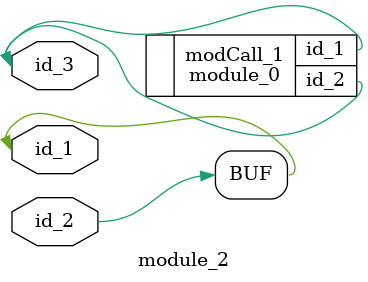
<source format=v>
module module_0 (
    id_1,
    id_2
);
  output wire id_2;
  output wire id_1;
  assign id_2 = id_3;
endmodule
module module_1 (
    id_1,
    id_2,
    id_3,
    id_4,
    id_5
);
  output wire id_5;
  input wire id_4;
  input wire id_3;
  inout wire id_2;
  output wire id_1;
  wire id_6;
  module_0 modCall_1 (
      id_2,
      id_1
  );
endmodule
module module_2 (
    id_1,
    id_2,
    id_3
);
  inout wire id_3;
  input wire id_2;
  inout wire id_1;
  assign id_1 = id_2;
  wire id_4;
  module_0 modCall_1 (
      id_3,
      id_3
  );
  integer id_5;
  wire id_6;
endmodule

</source>
